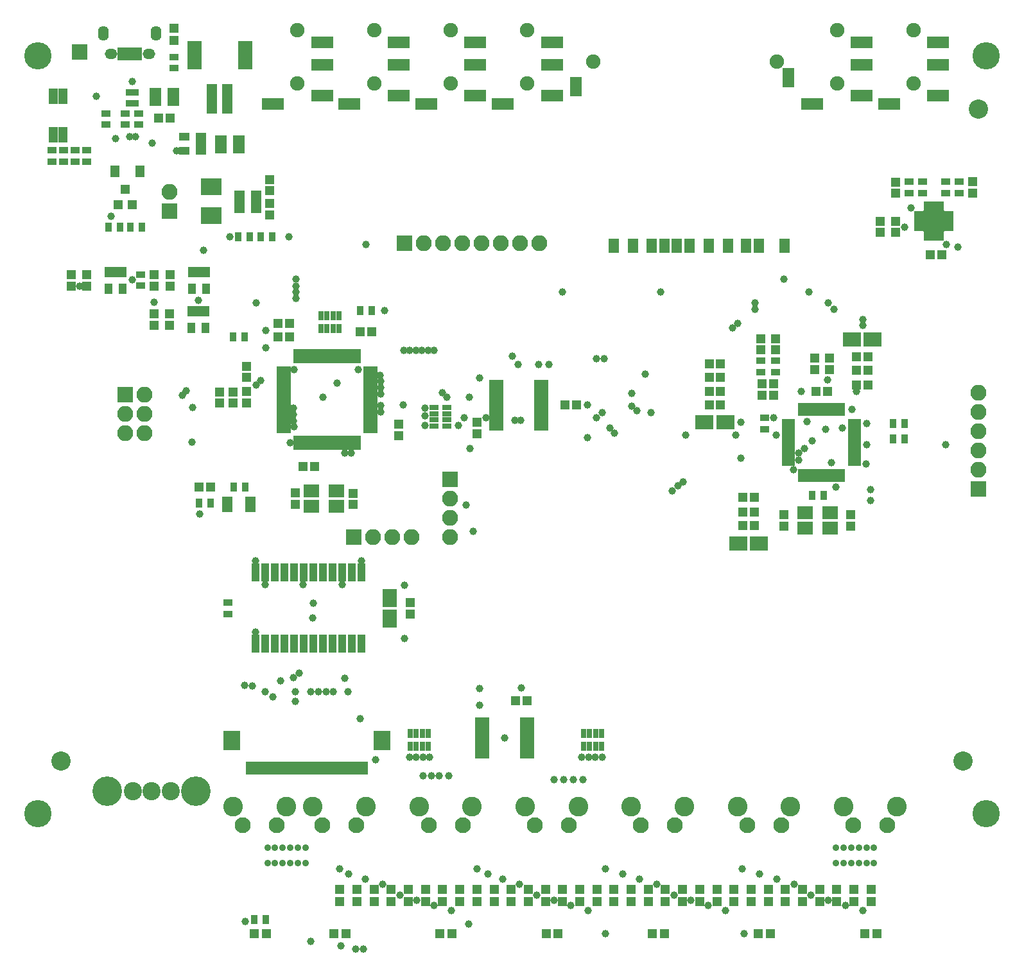
<source format=gts>
G04 #@! TF.FileFunction,Soldermask,Top*
%FSLAX46Y46*%
G04 Gerber Fmt 4.6, Leading zero omitted, Abs format (unit mm)*
G04 Created by KiCad (PCBNEW 4.0.7-e2-6376~58~ubuntu16.04.1) date Fri Nov  3 12:19:54 2017*
%MOMM*%
%LPD*%
G01*
G04 APERTURE LIST*
%ADD10C,0.100000*%
%ADD11C,2.400000*%
%ADD12C,3.900000*%
%ADD13R,1.200000X1.150000*%
%ADD14R,1.150000X1.200000*%
%ADD15R,2.350000X1.900000*%
%ADD16R,1.900000X2.350000*%
%ADD17R,1.400000X2.000000*%
%ADD18R,1.200000X1.200000*%
%ADD19R,1.300000X1.600000*%
%ADD20R,1.540000X2.430000*%
%ADD21C,2.540000*%
%ADD22R,1.050000X1.460000*%
%ADD23R,1.460000X1.050000*%
%ADD24R,2.100000X2.100000*%
%ADD25O,2.100000X2.100000*%
%ADD26R,2.900000X1.600000*%
%ADD27C,1.900000*%
%ADD28R,1.400000X1.900000*%
%ADD29R,1.600000X2.600000*%
%ADD30R,0.800000X1.750000*%
%ADD31O,1.650000X1.350000*%
%ADD32O,1.400000X1.950000*%
%ADD33R,1.400000X3.900000*%
%ADD34R,1.900000X3.800000*%
%ADD35R,0.900000X1.300000*%
%ADD36C,3.600000*%
%ADD37R,1.200000X1.300000*%
%ADD38R,1.300000X0.900000*%
%ADD39R,0.800000X1.300000*%
%ADD40C,2.600000*%
%ADD41C,2.100000*%
%ADD42R,1.160000X2.000000*%
%ADD43R,1.900000X0.950000*%
%ADD44R,0.950000X1.900000*%
%ADD45R,1.700000X0.650000*%
%ADD46R,0.650000X1.700000*%
%ADD47R,1.000000X2.400000*%
%ADD48R,1.900000X0.850000*%
%ADD49R,1.850000X0.850000*%
%ADD50R,2.000000X1.700000*%
%ADD51R,0.700000X0.850000*%
%ADD52R,1.200000X0.750000*%
%ADD53R,0.750000X1.200000*%
%ADD54R,1.650000X1.650000*%
%ADD55R,1.300000X0.800000*%
%ADD56R,2.200000X2.600000*%
%ADD57R,1.000000X1.700000*%
%ADD58C,0.900000*%
%ADD59R,2.686000X2.254500*%
%ADD60C,1.000000*%
G04 APERTURE END LIST*
D10*
X36944500Y3500000D02*
G75*
G03X36944500Y3500000I-444500J0D01*
G01*
X32444500Y3500000D02*
G75*
G03X32444500Y3500000I-444500J0D01*
G01*
X31385000Y6000000D02*
G75*
G03X31385000Y6000000I-635000J0D01*
G01*
X38385000Y6000000D02*
G75*
G03X38385000Y6000000I-635000J0D01*
G01*
X47444500Y3500000D02*
G75*
G03X47444500Y3500000I-444500J0D01*
G01*
X42944500Y3500000D02*
G75*
G03X42944500Y3500000I-444500J0D01*
G01*
X41885000Y6000000D02*
G75*
G03X41885000Y6000000I-635000J0D01*
G01*
X48885000Y6000000D02*
G75*
G03X48885000Y6000000I-635000J0D01*
G01*
X103444500Y3500000D02*
G75*
G03X103444500Y3500000I-444500J0D01*
G01*
X98944500Y3500000D02*
G75*
G03X98944500Y3500000I-444500J0D01*
G01*
X97885000Y6000000D02*
G75*
G03X97885000Y6000000I-635000J0D01*
G01*
X104885000Y6000000D02*
G75*
G03X104885000Y6000000I-635000J0D01*
G01*
X117444500Y3500000D02*
G75*
G03X117444500Y3500000I-444500J0D01*
G01*
X112944500Y3500000D02*
G75*
G03X112944500Y3500000I-444500J0D01*
G01*
X111885000Y6000000D02*
G75*
G03X111885000Y6000000I-635000J0D01*
G01*
X118885000Y6000000D02*
G75*
G03X118885000Y6000000I-635000J0D01*
G01*
X61444500Y3500000D02*
G75*
G03X61444500Y3500000I-444500J0D01*
G01*
X56944500Y3500000D02*
G75*
G03X56944500Y3500000I-444500J0D01*
G01*
X55885000Y6000000D02*
G75*
G03X55885000Y6000000I-635000J0D01*
G01*
X62885000Y6000000D02*
G75*
G03X62885000Y6000000I-635000J0D01*
G01*
X75444500Y3500000D02*
G75*
G03X75444500Y3500000I-444500J0D01*
G01*
X70944500Y3500000D02*
G75*
G03X70944500Y3500000I-444500J0D01*
G01*
X69885000Y6000000D02*
G75*
G03X69885000Y6000000I-635000J0D01*
G01*
X76885000Y6000000D02*
G75*
G03X76885000Y6000000I-635000J0D01*
G01*
X89444500Y3500000D02*
G75*
G03X89444500Y3500000I-444500J0D01*
G01*
X84944500Y3500000D02*
G75*
G03X84944500Y3500000I-444500J0D01*
G01*
X83885000Y6000000D02*
G75*
G03X83885000Y6000000I-635000J0D01*
G01*
X90885000Y6000000D02*
G75*
G03X90885000Y6000000I-635000J0D01*
G01*
D11*
X20000000Y8000000D03*
X22500000Y8000000D03*
X17500000Y8000000D03*
D12*
X25850000Y8000000D03*
X14150000Y8000000D03*
D13*
X26259500Y48146000D03*
X27759500Y48146000D03*
D14*
X46531500Y45812000D03*
X46531500Y47312000D03*
X38911500Y47336000D03*
X38911500Y45836000D03*
X30680500Y59195000D03*
X30680500Y60695000D03*
X28902500Y59195000D03*
X28902500Y60695000D03*
X32458500Y60719000D03*
X32458500Y59219000D03*
D13*
X38173500Y69736000D03*
X36673500Y69736000D03*
X39975500Y50813000D03*
X41475500Y50813000D03*
X47468500Y68593000D03*
X48968500Y68593000D03*
D14*
X52524500Y56401000D03*
X52524500Y54901000D03*
D13*
X38149500Y67958000D03*
X36649500Y67958000D03*
D14*
X103388000Y44463000D03*
X103388000Y42963000D03*
X112151000Y42951000D03*
X112151000Y44451000D03*
D13*
X109079000Y60719000D03*
X107579000Y60719000D03*
X97927000Y46749000D03*
X99427000Y46749000D03*
X97927000Y44844000D03*
X99427000Y44844000D03*
X97927000Y43066000D03*
X99427000Y43066000D03*
D15*
X100086000Y40653000D03*
X97336000Y40653000D03*
D13*
X100491000Y61735000D03*
X101991000Y61735000D03*
X100491000Y60211000D03*
X101991000Y60211000D03*
X93506000Y64402000D03*
X95006000Y64402000D03*
X93506000Y62624000D03*
X95006000Y62624000D03*
X93506000Y60719000D03*
X95006000Y60719000D03*
X93506000Y58941000D03*
X95006000Y58941000D03*
D15*
X95641000Y56655000D03*
X92891000Y56655000D03*
D14*
X107452000Y63652000D03*
X107452000Y65152000D03*
X109357000Y63640000D03*
X109357000Y65140000D03*
X100340000Y67704000D03*
X100340000Y66204000D03*
X102245000Y67704000D03*
X102245000Y66204000D03*
D13*
X112937000Y61608000D03*
X114437000Y61608000D03*
X112913000Y63513000D03*
X114413000Y63513000D03*
X112913000Y65291000D03*
X114413000Y65291000D03*
D15*
X115072000Y67577000D03*
X112322000Y67577000D03*
D14*
X116024500Y83198000D03*
X116024500Y81698000D03*
X118056500Y81698000D03*
X118056500Y83198000D03*
D13*
X124203300Y78753000D03*
X122703300Y78753000D03*
D14*
X118056500Y86881000D03*
X118056500Y88381000D03*
X128216500Y86905000D03*
X128216500Y88405000D03*
D13*
X20913500Y96787000D03*
X22413500Y96787000D03*
D14*
X11430400Y76111400D03*
X11430400Y74611400D03*
X9422400Y76111400D03*
X9422400Y74611400D03*
X20344400Y70967900D03*
X20344400Y69467900D03*
X35533600Y88711200D03*
X35533600Y87211200D03*
X22376400Y70967900D03*
X22376400Y69467900D03*
X35533600Y84060200D03*
X35533600Y85560200D03*
D16*
X51375000Y30750000D03*
X51375000Y33500000D03*
D14*
X54075000Y32875000D03*
X54075000Y31375000D03*
D13*
X69467000Y19952000D03*
X67967000Y19952000D03*
X76007500Y58941000D03*
X74507500Y58941000D03*
D14*
X62875000Y56643000D03*
X62875000Y55143000D03*
D17*
X32966500Y45860000D03*
X29966500Y45860000D03*
D18*
X22905500Y108636000D03*
X22905500Y107036000D03*
D19*
X18413000Y89802000D03*
X15113000Y89802000D03*
D18*
X35100000Y-10800000D03*
X33500000Y-10800000D03*
X44800000Y-6600000D03*
X44800000Y-5000000D03*
X47060000Y-6600000D03*
X47060000Y-5000000D03*
X49320000Y-6600000D03*
X49320000Y-5000000D03*
X51579999Y-6600000D03*
X51579999Y-5000000D03*
X53840000Y-6600000D03*
X53840000Y-5000000D03*
X56100000Y-6600000D03*
X56100000Y-5000000D03*
X58360000Y-6600000D03*
X58360000Y-5000000D03*
X60620000Y-6600000D03*
X60620000Y-5000000D03*
X62880000Y-6600000D03*
X62880000Y-5000000D03*
X65140000Y-6600000D03*
X65140000Y-5000000D03*
X67400000Y-6600000D03*
X67400000Y-5000000D03*
X69660000Y-6600000D03*
X69660000Y-5000000D03*
X71920000Y-6600000D03*
X71920000Y-5000000D03*
X74180000Y-6600000D03*
X74180000Y-5000000D03*
X76440000Y-6600000D03*
X76440000Y-5000000D03*
X78700000Y-6600000D03*
X78700000Y-5000000D03*
X80959999Y-6600000D03*
X80959999Y-5000000D03*
X83220000Y-6600000D03*
X83220000Y-5000000D03*
X85480000Y-6600000D03*
X85480000Y-5000000D03*
X87740000Y-6600000D03*
X87740000Y-5000000D03*
X90000000Y-6600000D03*
X90000000Y-5000000D03*
X92260000Y-6600000D03*
X92260000Y-5000000D03*
X94519999Y-6600000D03*
X94519999Y-5000000D03*
X96780000Y-6600000D03*
X96780000Y-5000000D03*
X99040000Y-6600000D03*
X99040000Y-5000000D03*
X101299999Y-6600000D03*
X101299999Y-5000000D03*
X103560000Y-6600000D03*
X103560000Y-5000000D03*
X105820000Y-6600000D03*
X105820000Y-5000000D03*
X108079999Y-6600000D03*
X108079999Y-5000000D03*
X110339999Y-6600000D03*
X110339999Y-5000000D03*
X112600000Y-6600000D03*
X112600000Y-5000000D03*
X114860000Y-6600000D03*
X114860000Y-5000000D03*
X45600000Y-10800000D03*
X44000000Y-10800000D03*
X59600000Y-10800000D03*
X58000000Y-10800000D03*
X73600000Y-10800000D03*
X72000000Y-10800000D03*
X87600000Y-10800000D03*
X86000000Y-10800000D03*
X101600000Y-10800000D03*
X100000000Y-10800000D03*
X115600000Y-10800000D03*
X114000000Y-10800000D03*
D20*
X22863500Y99581000D03*
X20463500Y99581000D03*
X31510000Y93358000D03*
X29110000Y93358000D03*
D21*
X8000000Y12000000D03*
X127000000Y12000000D03*
X129000000Y98000000D03*
D22*
X16153400Y76492400D03*
X15203400Y76492400D03*
X14253400Y76492400D03*
X14253400Y74292400D03*
X16153400Y74292400D03*
D23*
X26471000Y92474000D03*
X26471000Y93424000D03*
X26471000Y94374000D03*
X24271000Y94374000D03*
X24271000Y92474000D03*
D22*
X27075400Y71348900D03*
X26125400Y71348900D03*
X25175400Y71348900D03*
X25175400Y69148900D03*
X27075400Y69148900D03*
D23*
X31533100Y86698200D03*
X31533100Y85748200D03*
X31533100Y84798200D03*
X33733100Y84798200D03*
X33733100Y86698200D03*
X33733100Y85748200D03*
D24*
X16456500Y60338000D03*
D25*
X18996500Y60338000D03*
X16456500Y57798000D03*
X18996500Y57798000D03*
X16456500Y55258000D03*
X18996500Y55258000D03*
D26*
X107123000Y98707500D03*
X113623000Y99807500D03*
X113623000Y103807500D03*
X113623000Y106807500D03*
D27*
X110373000Y108407500D03*
X110373000Y101407500D03*
D26*
X117219500Y98707500D03*
X123719500Y99807500D03*
X123719500Y103807500D03*
X123719500Y106807500D03*
D27*
X120469500Y108407500D03*
X120469500Y101407500D03*
D28*
X83456000Y79938000D03*
X85956000Y79938000D03*
X89256000Y79938000D03*
X90956000Y79938000D03*
X93456000Y79938000D03*
X95956000Y79938000D03*
X98376000Y79938000D03*
X100076000Y79938000D03*
X80956000Y79938000D03*
X87606000Y79938000D03*
X103426000Y79938000D03*
D29*
X75926000Y100938000D03*
X103926000Y102138000D03*
D27*
X78226000Y104238000D03*
X102426000Y104238000D03*
D30*
X18395000Y105300000D03*
X17745000Y105300000D03*
X17095000Y105300000D03*
X16445000Y105300000D03*
X15795000Y105300000D03*
D31*
X19595000Y105300000D03*
X14595000Y105300000D03*
D32*
X20595000Y108000000D03*
X13595000Y108000000D03*
D33*
X29966000Y99322200D03*
X27966000Y99322200D03*
D34*
X32316000Y105072200D03*
X25616000Y105072200D03*
D24*
X53286500Y80277000D03*
D25*
X55826500Y80277000D03*
X58366500Y80277000D03*
X60906500Y80277000D03*
X63446500Y80277000D03*
X65986500Y80277000D03*
X68526500Y80277000D03*
X71066500Y80277000D03*
D26*
X35972000Y98707500D03*
X42472000Y99807500D03*
X42472000Y103807500D03*
X42472000Y106807500D03*
D27*
X39222000Y108407500D03*
X39222000Y101407500D03*
D26*
X46068500Y98707500D03*
X52568500Y99807500D03*
X52568500Y103807500D03*
X52568500Y106807500D03*
D27*
X49318500Y108407500D03*
X49318500Y101407500D03*
D24*
X59319000Y49162000D03*
D25*
X59319000Y46622000D03*
X59319000Y44082000D03*
X59319000Y41542000D03*
D24*
X46610000Y41540000D03*
D25*
X49150000Y41540000D03*
X51690000Y41540000D03*
X54230000Y41540000D03*
D24*
X129042000Y47892000D03*
D25*
X129042000Y50432000D03*
X129042000Y52972000D03*
X129042000Y55512000D03*
X129042000Y58052000D03*
X129042000Y60592000D03*
D35*
X30704500Y67958000D03*
X32204500Y67958000D03*
D36*
X5000000Y105000000D03*
X130000000Y105000000D03*
X5000000Y5000000D03*
X130000000Y5000000D03*
D37*
X15559000Y85389000D03*
X17459000Y85389000D03*
X16509000Y87389000D03*
D35*
X27735500Y45987000D03*
X26235500Y45987000D03*
X32331500Y48146000D03*
X30831500Y48146000D03*
X48968500Y71387000D03*
X47468500Y71387000D03*
D38*
X100848000Y57266000D03*
X100848000Y55766000D03*
D35*
X107095000Y47003000D03*
X108595000Y47003000D03*
X117751000Y56528000D03*
X119251000Y56528000D03*
X117763000Y54496000D03*
X119263000Y54496000D03*
D38*
X100340000Y64783000D03*
X100340000Y63283000D03*
X102245000Y64783000D03*
X102245000Y63283000D03*
X121612500Y88405000D03*
X121612500Y86905000D03*
X124660500Y86905000D03*
X124660500Y88405000D03*
X119834500Y88405000D03*
X119834500Y86905000D03*
X126438500Y88405000D03*
X126438500Y86905000D03*
X16517400Y95922000D03*
X16517400Y97422000D03*
X18295400Y95922000D03*
X18295400Y97422000D03*
X22905500Y103391000D03*
X22905500Y104891000D03*
X6857000Y92572000D03*
X6857000Y91072000D03*
X8381000Y92572000D03*
X8381000Y91072000D03*
X9905000Y92572000D03*
X9905000Y91072000D03*
X11429000Y92572000D03*
X11429000Y91072000D03*
D35*
X35851100Y81115200D03*
X34351100Y81115200D03*
X32930100Y81115200D03*
X31430100Y81115200D03*
X18707500Y82436000D03*
X17207500Y82436000D03*
X15786500Y82436000D03*
X14286500Y82436000D03*
X33550000Y-8941000D03*
X35050000Y-8941000D03*
D38*
X30075000Y32875000D03*
X30075000Y31375000D03*
D39*
X54855000Y13895000D03*
X55655000Y13895000D03*
X54055000Y13895000D03*
X56455000Y13895000D03*
X54055000Y15595000D03*
X54855000Y15595000D03*
X55655000Y15595000D03*
X56455000Y15595000D03*
X77715000Y13895000D03*
X78515000Y13895000D03*
X76915000Y13895000D03*
X79315000Y13895000D03*
X76915000Y15595000D03*
X77715000Y15595000D03*
X78515000Y15595000D03*
X79315000Y15595000D03*
D40*
X30750000Y6000000D03*
X37750000Y6000000D03*
D41*
X32000000Y3500000D03*
X36500000Y3500000D03*
D42*
X6984000Y94628000D03*
X8254000Y99708000D03*
X8254000Y94628000D03*
X6984000Y99708000D03*
D40*
X41250000Y6000000D03*
X48250000Y6000000D03*
D41*
X42500000Y3500000D03*
X47000000Y3500000D03*
D40*
X97250000Y6000000D03*
X104250000Y6000000D03*
D41*
X98500000Y3500000D03*
X103000000Y3500000D03*
D40*
X111250000Y6000000D03*
X118250000Y6000000D03*
D41*
X112500000Y3500000D03*
X117000000Y3500000D03*
D40*
X55250000Y6000000D03*
X62250000Y6000000D03*
D41*
X56500000Y3500000D03*
X61000000Y3500000D03*
D40*
X69250000Y6000000D03*
X76250000Y6000000D03*
D41*
X70500000Y3500000D03*
X75000000Y3500000D03*
D40*
X83250000Y6000000D03*
X90250000Y6000000D03*
D41*
X84500000Y3500000D03*
X89000000Y3500000D03*
D43*
X37402500Y63655000D03*
X37402500Y62855000D03*
X37402500Y62055000D03*
X37402500Y61255000D03*
X37402500Y60455000D03*
X37402500Y59655000D03*
X37402500Y58855000D03*
X37402500Y58055000D03*
X37402500Y57255000D03*
X37402500Y56455000D03*
X37402500Y55655000D03*
D44*
X39102500Y53955000D03*
X39902500Y53955000D03*
X40702500Y53955000D03*
X41502500Y53955000D03*
X42302500Y53955000D03*
X43102500Y53955000D03*
X43902500Y53955000D03*
X44702500Y53955000D03*
X45502500Y53955000D03*
X46302500Y53955000D03*
X47102500Y53955000D03*
D43*
X48802500Y55655000D03*
X48802500Y56455000D03*
X48802500Y57255000D03*
X48802500Y58055000D03*
X48802500Y58855000D03*
X48802500Y59655000D03*
X48802500Y60455000D03*
X48802500Y61255000D03*
X48802500Y62055000D03*
X48802500Y62855000D03*
X48802500Y63655000D03*
D44*
X47102500Y65355000D03*
X46302500Y65355000D03*
X45502500Y65355000D03*
X44702500Y65355000D03*
X43902500Y65355000D03*
X43102500Y65355000D03*
X42302500Y65355000D03*
X41502500Y65355000D03*
X40702500Y65355000D03*
X39902500Y65355000D03*
X39102500Y65355000D03*
D45*
X103991000Y56738000D03*
X103991000Y56238000D03*
X103991000Y55738000D03*
X103991000Y55238000D03*
X103991000Y54738000D03*
X103991000Y54238000D03*
X103991000Y53738000D03*
X103991000Y53238000D03*
X103991000Y52738000D03*
X103991000Y52238000D03*
X103991000Y51738000D03*
X103991000Y51238000D03*
D46*
X105591000Y49638000D03*
X106091000Y49638000D03*
X106591000Y49638000D03*
X107091000Y49638000D03*
X107591000Y49638000D03*
X108091000Y49638000D03*
X108591000Y49638000D03*
X109091000Y49638000D03*
X109591000Y49638000D03*
X110091000Y49638000D03*
X110591000Y49638000D03*
X111091000Y49638000D03*
D45*
X112691000Y51238000D03*
X112691000Y51738000D03*
X112691000Y52238000D03*
X112691000Y52738000D03*
X112691000Y53238000D03*
X112691000Y53738000D03*
X112691000Y54238000D03*
X112691000Y54738000D03*
X112691000Y55238000D03*
X112691000Y55738000D03*
X112691000Y56238000D03*
X112691000Y56738000D03*
D46*
X111091000Y58338000D03*
X110591000Y58338000D03*
X110091000Y58338000D03*
X109591000Y58338000D03*
X109091000Y58338000D03*
X108591000Y58338000D03*
X108091000Y58338000D03*
X107591000Y58338000D03*
X107091000Y58338000D03*
X106591000Y58338000D03*
X106091000Y58338000D03*
X105591000Y58338000D03*
D47*
X47610000Y36825000D03*
X46340000Y36825000D03*
X45070000Y36825000D03*
X43800000Y36825000D03*
X42530000Y36825000D03*
X41260000Y36825000D03*
X39990000Y36825000D03*
X38720000Y36825000D03*
X37450000Y36825000D03*
X36180000Y36825000D03*
X34910000Y36825000D03*
X33640000Y36825000D03*
X33640000Y27425000D03*
X34910000Y27425000D03*
X36180000Y27425000D03*
X37450000Y27425000D03*
X38720000Y27425000D03*
X39990000Y27425000D03*
X41260000Y27425000D03*
X42530000Y27425000D03*
X43800000Y27425000D03*
X45070000Y27425000D03*
X46340000Y27425000D03*
X47610000Y27425000D03*
D48*
X63608000Y17274000D03*
X63608000Y16624000D03*
X63608000Y15974000D03*
X63608000Y15324000D03*
X63608000Y14674000D03*
X63608000Y14024000D03*
X63608000Y13374000D03*
X63608000Y12724000D03*
X69508000Y12724000D03*
X69508000Y13374000D03*
X69508000Y14024000D03*
X69508000Y14674000D03*
X69508000Y15324000D03*
X69508000Y15974000D03*
X69508000Y16624000D03*
X69508000Y17274000D03*
D49*
X71320500Y56012000D03*
X71320500Y56662000D03*
X71320500Y57312000D03*
X71320500Y57962000D03*
X71320500Y58612000D03*
X71320500Y59262000D03*
X71320500Y59912000D03*
X71320500Y60562000D03*
X71320500Y61212000D03*
X71320500Y61862000D03*
X65420500Y61862000D03*
X65420500Y61212000D03*
X65420500Y60562000D03*
X65420500Y59912000D03*
X65420500Y59262000D03*
X65420500Y58612000D03*
X65420500Y57962000D03*
X65420500Y57312000D03*
X65420500Y56662000D03*
X65420500Y56012000D03*
D50*
X44372500Y47590000D03*
X41072500Y47590000D03*
X41072500Y45590000D03*
X44372500Y45590000D03*
X106183000Y42701000D03*
X109483000Y42701000D03*
X109483000Y44701000D03*
X106183000Y44701000D03*
D51*
X16909000Y98779400D03*
X17909000Y98779400D03*
X17409000Y100179400D03*
X17409000Y98779400D03*
X17909000Y100179400D03*
X16909000Y100179400D03*
D52*
X121136500Y84173000D03*
X121136500Y83523000D03*
X121136500Y82873000D03*
X121136500Y82223000D03*
D53*
X122161500Y81198000D03*
X122811500Y81198000D03*
X123461500Y81198000D03*
X124111500Y81198000D03*
D52*
X125136500Y82223000D03*
X125136500Y82873000D03*
X125136500Y83523000D03*
X125136500Y84173000D03*
D53*
X124111500Y85198000D03*
X123461500Y85198000D03*
X122811500Y85198000D03*
X122161500Y85198000D03*
D54*
X123761500Y82573000D03*
X123761500Y83823000D03*
X122511500Y82573000D03*
X122511500Y83823000D03*
D55*
X58938000Y56998000D03*
X58938000Y57798000D03*
X58938000Y56198000D03*
X58938000Y58598000D03*
X57238000Y56198000D03*
X57238000Y56998000D03*
X57238000Y57798000D03*
X57238000Y58598000D03*
D56*
X50350000Y14675000D03*
D57*
X39950000Y11075000D03*
X38950000Y11075000D03*
X37950000Y11075000D03*
X41950000Y11075000D03*
X42950000Y11075000D03*
X40950000Y11075000D03*
D56*
X30550000Y14675000D03*
D57*
X46950000Y11075000D03*
X45950000Y11075000D03*
X44950000Y11075000D03*
X43950000Y11075000D03*
X47950000Y11075000D03*
X34950000Y11075000D03*
X33950000Y11075000D03*
X32950000Y11075000D03*
X35950000Y11075000D03*
X36950000Y11075000D03*
D58*
X37250000Y500000D03*
X36250000Y500000D03*
X35250000Y500000D03*
X38250000Y500000D03*
X39250000Y500000D03*
X40250000Y500000D03*
X37250000Y-1500000D03*
X36250000Y-1500000D03*
X35250000Y-1500000D03*
X38250000Y-1500000D03*
X39250000Y-1500000D03*
X40250000Y-1500000D03*
X112250000Y-1500000D03*
X111250000Y-1500000D03*
X110250000Y-1500000D03*
X113250000Y-1500000D03*
X114250000Y-1500000D03*
X115250000Y-1500000D03*
X112250000Y500000D03*
X111250000Y500000D03*
X110250000Y500000D03*
X113250000Y500000D03*
X114250000Y500000D03*
X115250000Y500000D03*
D59*
X27850100Y83921950D03*
X27850100Y87706450D03*
D14*
X32471200Y64073200D03*
X32471200Y62573200D03*
X22425500Y76149500D03*
X22425500Y74649500D03*
X20330000Y76149500D03*
X20330000Y74649500D03*
D22*
X27188000Y76467000D03*
X26238000Y76467000D03*
X25288000Y76467000D03*
X25288000Y74267000D03*
X27188000Y74267000D03*
D24*
X10500000Y105500000D03*
D38*
X13980000Y97422000D03*
X13980000Y95922000D03*
X18552000Y76189000D03*
X18552000Y74689000D03*
D26*
X56165000Y98707500D03*
X62665000Y99807500D03*
X62665000Y103807500D03*
X62665000Y106807500D03*
D27*
X59415000Y108407500D03*
X59415000Y101407500D03*
D26*
X66261500Y98707500D03*
X72761500Y99807500D03*
X72761500Y103807500D03*
X72761500Y106807500D03*
D27*
X69511500Y108407500D03*
X69511500Y101407500D03*
D39*
X43114000Y69052000D03*
X43914000Y69052000D03*
X42314000Y69052000D03*
X44714000Y69052000D03*
X42314000Y70752000D03*
X43114000Y70752000D03*
X43914000Y70752000D03*
X44714000Y70752000D03*
D24*
X22362000Y84569600D03*
D25*
X22362000Y87109600D03*
D60*
X113738500Y70244002D03*
X109103000Y62242978D03*
X103388000Y75578000D03*
X100491000Y60211000D03*
X38999000Y75578000D03*
X112341500Y58369500D03*
X112913000Y60709000D03*
X105674000Y60719000D03*
X14614998Y83833000D03*
X24013000Y60211000D03*
X24521000Y60846000D03*
X12710000Y99708000D03*
X48219202Y80150000D03*
X44460000Y61798500D03*
X63256000Y21539500D03*
X67510500Y65418000D03*
X42555000Y59956996D03*
X10450000Y74600000D03*
X64043400Y57239200D03*
X46925000Y-12825000D03*
X38046500Y81166000D03*
X68717000Y21603000D03*
X107071000Y54242002D03*
X87132000Y73863500D03*
X106690000Y73863500D03*
X124660498Y53670500D03*
X97291996Y69736000D03*
X74178000Y73863500D03*
X38999000Y73838003D03*
X106091000Y53206020D03*
X101991000Y57290000D03*
X120088500Y84976000D03*
X124787500Y80150000D03*
X96589673Y69098913D03*
X38999000Y73038000D03*
X59475000Y-7750000D03*
X77575000Y-7750000D03*
X95625000Y-7750000D03*
X113750000Y-7725000D03*
X41950000Y21150000D03*
X34925000Y35250000D03*
X61775000Y-9500000D03*
X78700000Y-5000000D03*
X76440000Y-5000000D03*
X74180000Y-5000000D03*
X71920000Y-5000000D03*
X69660000Y-5000000D03*
X67400000Y-5000000D03*
X65140000Y-5000000D03*
X62880000Y-5000000D03*
X32268000Y21920502D03*
X38950000Y19825002D03*
X57225000Y-7050000D03*
X75275000Y-7050000D03*
X93400000Y-7050000D03*
X111450000Y-7050000D03*
X109200000Y-6375000D03*
X54975000Y-6375000D03*
X73050000Y-6375000D03*
X91100000Y-6375000D03*
X39425000Y23600000D03*
X36949998Y22525000D03*
X52725000Y-5700000D03*
X70775000Y-5700000D03*
X88850000Y-5700000D03*
X106925000Y-5700000D03*
X45850000Y21149998D03*
X35950000Y20474998D03*
X50450000Y-4275000D03*
X68500000Y-4275000D03*
X86600000Y-4275000D03*
X104675000Y-4325000D03*
X38950000Y21150000D03*
X34950000Y21125000D03*
X48200000Y-3600000D03*
X66275000Y-3600000D03*
X84300000Y-3600000D03*
X102425000Y-3600000D03*
X45950000Y-2925000D03*
X64350000Y-2925000D03*
X82075000Y-2925000D03*
X100150000Y-2925000D03*
X38675880Y22974990D03*
X33249990Y21875000D03*
X44775000Y-2250000D03*
X62875000Y-2250000D03*
X79825000Y-2250000D03*
X97900000Y-2250000D03*
X41250000Y30850000D03*
X40950000Y21150000D03*
X40925000Y-11800000D03*
X60620000Y-5000000D03*
X58360000Y-5000000D03*
X56100000Y-5000000D03*
X53840000Y-5000000D03*
X51579999Y-5000000D03*
X49320000Y-5000000D03*
X47060000Y-5000000D03*
X44800000Y-5000000D03*
X43920551Y21154449D03*
X39975000Y35250000D03*
X98075000Y-10800000D03*
X114860000Y-5000000D03*
X112600000Y-5000000D03*
X110339999Y-5000000D03*
X108079999Y-5000000D03*
X105820000Y-5000000D03*
X103560000Y-5000000D03*
X101299999Y-5000000D03*
X99040000Y-5000000D03*
X42975000Y21150000D03*
X41275000Y32825000D03*
X79800000Y-10775000D03*
X96780000Y-5000000D03*
X94519999Y-5000000D03*
X92260000Y-5000000D03*
X90000000Y-5000000D03*
X87740000Y-5000000D03*
X85480000Y-5000000D03*
X83220000Y-5000000D03*
X80959999Y-5000000D03*
X45412500Y22873000D03*
X44925000Y-12437479D03*
X45075000Y35275000D03*
X20076000Y93484998D03*
X23251000Y92469000D03*
X38719600Y56045400D03*
X56017000Y56273992D03*
X38707085Y57654231D03*
X56017000Y58544990D03*
X38706961Y56854220D03*
X56017000Y57544002D03*
X78623000Y65037000D03*
X78623000Y57289998D03*
X114818000Y46368000D03*
X88656000Y47638000D03*
X109166494Y72403000D03*
X99578004Y72403000D03*
X83322000Y58813996D03*
X80401000Y55893000D03*
X60398498Y56274000D03*
X114309994Y53734000D03*
X72400000Y64275000D03*
X85100000Y63005000D03*
X54023500Y66180005D03*
X50149600Y62090602D03*
X53223489Y66180000D03*
X50123807Y62890196D03*
X55623522Y66180739D03*
X50149600Y60439600D03*
X54823511Y66179935D03*
X50149600Y61277800D03*
X57223500Y66180000D03*
X50149600Y58052000D03*
X56423508Y66174327D03*
X50149600Y58864800D03*
X61478000Y45733002D03*
X45490000Y52640000D03*
X46290000Y52640000D03*
X104658000Y50432000D03*
X105293000Y51702000D03*
X114183000Y51194000D03*
X68650003Y56925000D03*
X33650000Y29000000D03*
X67850000Y56925000D03*
X47625000Y38375000D03*
X111071498Y55893000D03*
X50683000Y71387000D03*
X97000012Y55000000D03*
X90434000Y55004000D03*
X17059800Y94361300D03*
X33775858Y61604558D03*
X17859800Y94361300D03*
X34341542Y62170242D03*
X33792000Y72403000D03*
X26800000Y79350000D03*
X59192000Y10046000D03*
X56652000Y12459000D03*
X76718004Y12459000D03*
X73035002Y9538000D03*
X57922000Y10046000D03*
X55763000Y12459000D03*
X74305000Y9538000D03*
X77607000Y12459000D03*
X76844998Y9538000D03*
X79385000Y12459000D03*
X56906000Y10046000D03*
X54874000Y12459000D03*
X75574994Y9538000D03*
X78496000Y12459000D03*
X55763000Y10046000D03*
X53985000Y12459000D03*
X47254000Y63640000D03*
X38745000Y63640000D03*
X68336000Y64275000D03*
X71003000Y64275000D03*
X38694199Y58534600D03*
X58887200Y59941590D03*
X38225000Y53950000D03*
X33650000Y38350000D03*
X61224000Y57226498D03*
X61859000Y59936990D03*
X58353800Y60566600D03*
X62367000Y42304000D03*
X110246000Y48146000D03*
X90053000Y48781000D03*
X79639000Y65037000D03*
X79385000Y57925000D03*
X114818000Y47765000D03*
X89418000Y48273000D03*
X109928500Y71577500D03*
X99556457Y71544021D03*
X83956998Y58179000D03*
X81036000Y55258000D03*
X26299000Y44590000D03*
X53159500Y58941000D03*
X25346500Y58623500D03*
X20330000Y72466500D03*
X26108500Y72720500D03*
X30299500Y81102500D03*
X17409000Y75451000D03*
X106425001Y56772001D03*
X102308500Y54940500D03*
X114310000Y56464500D03*
X126311500Y79769000D03*
X97673000Y56655000D03*
X77480000Y58941000D03*
X77480000Y54623000D03*
X85862000Y57925000D03*
X97673000Y51956000D03*
X83322000Y60465000D03*
X15250000Y94120000D03*
X17409000Y101663800D03*
X119311500Y82450000D03*
X49540000Y12128800D03*
X47508000Y17564400D03*
X47508000Y17564400D03*
X63256000Y19342402D03*
X53324600Y28181600D03*
X53350000Y35141200D03*
X35036600Y66484800D03*
X35036600Y68770800D03*
X25333800Y54064200D03*
X32325000Y-9225000D03*
X47925000Y-12825000D03*
X61986000Y53226000D03*
X63256000Y62497000D03*
X109611000Y51330990D03*
X66558000Y14999000D03*
X113738496Y69443989D03*
X38999000Y74638006D03*
X108849000Y55766000D03*
X105293000Y52581010D03*
M02*

</source>
